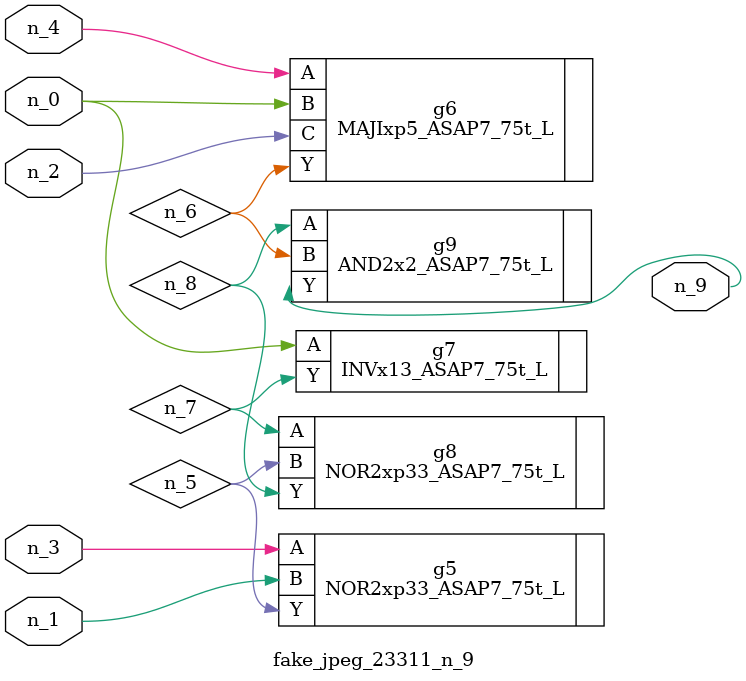
<source format=v>
module fake_jpeg_23311_n_9 (n_3, n_2, n_1, n_0, n_4, n_9);

input n_3;
input n_2;
input n_1;
input n_0;
input n_4;

output n_9;

wire n_8;
wire n_6;
wire n_5;
wire n_7;

NOR2xp33_ASAP7_75t_L g5 ( 
.A(n_3),
.B(n_1),
.Y(n_5)
);

MAJIxp5_ASAP7_75t_L g6 ( 
.A(n_4),
.B(n_0),
.C(n_2),
.Y(n_6)
);

INVx13_ASAP7_75t_L g7 ( 
.A(n_0),
.Y(n_7)
);

NOR2xp33_ASAP7_75t_L g8 ( 
.A(n_7),
.B(n_5),
.Y(n_8)
);

AND2x2_ASAP7_75t_L g9 ( 
.A(n_8),
.B(n_6),
.Y(n_9)
);


endmodule
</source>
